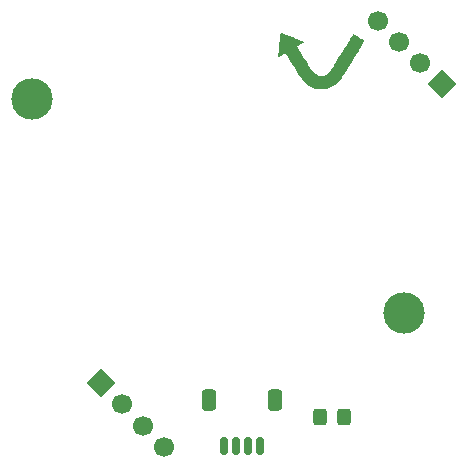
<source format=gbr>
%TF.GenerationSoftware,KiCad,Pcbnew,(6.0.4-0)*%
%TF.CreationDate,2022-12-23T16:58:16+01:00*%
%TF.ProjectId,RoundScanner,526f756e-6453-4636-916e-6e65722e6b69,2*%
%TF.SameCoordinates,Original*%
%TF.FileFunction,Soldermask,Bot*%
%TF.FilePolarity,Negative*%
%FSLAX46Y46*%
G04 Gerber Fmt 4.6, Leading zero omitted, Abs format (unit mm)*
G04 Created by KiCad (PCBNEW (6.0.4-0)) date 2022-12-23 16:58:16*
%MOMM*%
%LPD*%
G01*
G04 APERTURE LIST*
G04 Aperture macros list*
%AMRoundRect*
0 Rectangle with rounded corners*
0 $1 Rounding radius*
0 $2 $3 $4 $5 $6 $7 $8 $9 X,Y pos of 4 corners*
0 Add a 4 corners polygon primitive as box body*
4,1,4,$2,$3,$4,$5,$6,$7,$8,$9,$2,$3,0*
0 Add four circle primitives for the rounded corners*
1,1,$1+$1,$2,$3*
1,1,$1+$1,$4,$5*
1,1,$1+$1,$6,$7*
1,1,$1+$1,$8,$9*
0 Add four rect primitives between the rounded corners*
20,1,$1+$1,$2,$3,$4,$5,0*
20,1,$1+$1,$4,$5,$6,$7,0*
20,1,$1+$1,$6,$7,$8,$9,0*
20,1,$1+$1,$8,$9,$2,$3,0*%
%AMHorizOval*
0 Thick line with rounded ends*
0 $1 width*
0 $2 $3 position (X,Y) of the first rounded end (center of the circle)*
0 $4 $5 position (X,Y) of the second rounded end (center of the circle)*
0 Add line between two ends*
20,1,$1,$2,$3,$4,$5,0*
0 Add two circle primitives to create the rounded ends*
1,1,$1,$2,$3*
1,1,$1,$4,$5*%
%AMRotRect*
0 Rectangle, with rotation*
0 The origin of the aperture is its center*
0 $1 length*
0 $2 width*
0 $3 Rotation angle, in degrees counterclockwise*
0 Add horizontal line*
21,1,$1,$2,0,0,$3*%
G04 Aperture macros list end*
%ADD10C,3.500000*%
%ADD11RotRect,1.700000X1.700000X45.000000*%
%ADD12HorizOval,1.700000X0.000000X0.000000X0.000000X0.000000X0*%
%ADD13RotRect,1.700000X1.700000X225.000000*%
%ADD14HorizOval,1.700000X0.000000X0.000000X0.000000X0.000000X0*%
%ADD15RoundRect,0.150000X-0.150000X-0.625000X0.150000X-0.625000X0.150000X0.625000X-0.150000X0.625000X0*%
%ADD16RoundRect,0.250000X-0.350000X-0.650000X0.350000X-0.650000X0.350000X0.650000X-0.350000X0.650000X0*%
%ADD17RoundRect,0.250000X0.325000X0.450000X-0.325000X0.450000X-0.325000X-0.450000X0.325000X-0.450000X0*%
G04 APERTURE END LIST*
%TO.C,LOGO2*%
G36*
X93223409Y-91954100D02*
G01*
X93257075Y-91965988D01*
X93309049Y-91985091D01*
X93377392Y-92010659D01*
X93460165Y-92041940D01*
X93555430Y-92078181D01*
X93661249Y-92118631D01*
X93775682Y-92162538D01*
X93896792Y-92209151D01*
X94022639Y-92257718D01*
X94151286Y-92307487D01*
X94280793Y-92357706D01*
X94409223Y-92407624D01*
X94534637Y-92456488D01*
X94655096Y-92503548D01*
X94768661Y-92548052D01*
X94873395Y-92589247D01*
X94967359Y-92626382D01*
X95048613Y-92658705D01*
X95115221Y-92685465D01*
X95165242Y-92705909D01*
X95196739Y-92719287D01*
X95207773Y-92724846D01*
X95206878Y-92726313D01*
X95191349Y-92738428D01*
X95158479Y-92760601D01*
X95110801Y-92791221D01*
X95050849Y-92828680D01*
X94981157Y-92871365D01*
X94904261Y-92917669D01*
X94879490Y-92932503D01*
X94804659Y-92977818D01*
X94737881Y-93018998D01*
X94681680Y-93054437D01*
X94638579Y-93082529D01*
X94611101Y-93101668D01*
X94601769Y-93110246D01*
X94606604Y-93120731D01*
X94622830Y-93150481D01*
X94649190Y-93196800D01*
X94684393Y-93257530D01*
X94727153Y-93330508D01*
X94776179Y-93413576D01*
X94830184Y-93504571D01*
X94887879Y-93601335D01*
X94947975Y-93701706D01*
X95009183Y-93803524D01*
X95070214Y-93904629D01*
X95129781Y-94002860D01*
X95186594Y-94096057D01*
X95239365Y-94182059D01*
X95286805Y-94258705D01*
X95312043Y-94299143D01*
X95395837Y-94431865D01*
X95479202Y-94561682D01*
X95560444Y-94686066D01*
X95637871Y-94802488D01*
X95709790Y-94908420D01*
X95774507Y-95001335D01*
X95830331Y-95078703D01*
X95875567Y-95137996D01*
X95983037Y-95265346D01*
X96100965Y-95386620D01*
X96216222Y-95484745D01*
X96329419Y-95560001D01*
X96441162Y-95612668D01*
X96552063Y-95643025D01*
X96662728Y-95651354D01*
X96773767Y-95637935D01*
X96885788Y-95603048D01*
X96963884Y-95566796D01*
X97059300Y-95508723D01*
X97153908Y-95435007D01*
X97249226Y-95344176D01*
X97346772Y-95234758D01*
X97448064Y-95105279D01*
X97554620Y-94954267D01*
X97578182Y-94918992D01*
X97625361Y-94846831D01*
X97683085Y-94757121D01*
X97750218Y-94651704D01*
X97825621Y-94532420D01*
X97908157Y-94401111D01*
X97996688Y-94259617D01*
X98090078Y-94109779D01*
X98187188Y-93953437D01*
X98286881Y-93792432D01*
X98388020Y-93628606D01*
X98489467Y-93463799D01*
X98590085Y-93299851D01*
X98688736Y-93138605D01*
X98784283Y-92981899D01*
X98875588Y-92831576D01*
X98961515Y-92689475D01*
X99040924Y-92557439D01*
X99112680Y-92437307D01*
X99175644Y-92330920D01*
X99217119Y-92260944D01*
X99256749Y-92195135D01*
X99291060Y-92139238D01*
X99318371Y-92095961D01*
X99336998Y-92068010D01*
X99345260Y-92058092D01*
X99353030Y-92061732D01*
X99379799Y-92076210D01*
X99423511Y-92100598D01*
X99482044Y-92133689D01*
X99553280Y-92174280D01*
X99635098Y-92221165D01*
X99725378Y-92273140D01*
X99822000Y-92329000D01*
X99832140Y-92334874D01*
X99941157Y-92398100D01*
X100031259Y-92450583D01*
X100104174Y-92493453D01*
X100161627Y-92527839D01*
X100205345Y-92554870D01*
X100237054Y-92575674D01*
X100258480Y-92591381D01*
X100271351Y-92603120D01*
X100277391Y-92612018D01*
X100278328Y-92619207D01*
X100275888Y-92625813D01*
X100261510Y-92652204D01*
X100235172Y-92699491D01*
X100199425Y-92763038D01*
X100155638Y-92840453D01*
X100105178Y-92929343D01*
X100049413Y-93027315D01*
X99989711Y-93131975D01*
X99927439Y-93240932D01*
X99863965Y-93351792D01*
X99800658Y-93462162D01*
X99738884Y-93569650D01*
X99680011Y-93671862D01*
X99625408Y-93766406D01*
X99576442Y-93850889D01*
X99534480Y-93922917D01*
X99513044Y-93959553D01*
X99355164Y-94227381D01*
X99206083Y-94476520D01*
X99064243Y-94709485D01*
X98928084Y-94928791D01*
X98796048Y-95136953D01*
X98666574Y-95336486D01*
X98538103Y-95529905D01*
X98517675Y-95560220D01*
X98433490Y-95682940D01*
X98357835Y-95788930D01*
X98288011Y-95881561D01*
X98221320Y-95964204D01*
X98155064Y-96040232D01*
X98086545Y-96113014D01*
X98013065Y-96185923D01*
X97962013Y-96233745D01*
X97797976Y-96369086D01*
X97626985Y-96482476D01*
X97447171Y-96574785D01*
X97256669Y-96646881D01*
X97053610Y-96699635D01*
X96836129Y-96733914D01*
X96820901Y-96735502D01*
X96742705Y-96741037D01*
X96651349Y-96744250D01*
X96554242Y-96745143D01*
X96458787Y-96743714D01*
X96372393Y-96739965D01*
X96302465Y-96733896D01*
X96257652Y-96727882D01*
X96082974Y-96693105D01*
X95917271Y-96640815D01*
X95759128Y-96570089D01*
X95607127Y-96480006D01*
X95459851Y-96369644D01*
X95315882Y-96238082D01*
X95173803Y-96084396D01*
X95032197Y-95907667D01*
X94977659Y-95833641D01*
X94899039Y-95723004D01*
X94811498Y-95596202D01*
X94716695Y-95455846D01*
X94616291Y-95304546D01*
X94511946Y-95144913D01*
X94405319Y-94979558D01*
X94298071Y-94811092D01*
X94191860Y-94642125D01*
X94088347Y-94475268D01*
X93989192Y-94313133D01*
X93896055Y-94158329D01*
X93810595Y-94013468D01*
X93734472Y-93881160D01*
X93669347Y-93764017D01*
X93667658Y-93760930D01*
X93646088Y-93724660D01*
X93627726Y-93699033D01*
X93616387Y-93689425D01*
X93613887Y-93690265D01*
X93594021Y-93700378D01*
X93557172Y-93720747D01*
X93505975Y-93749865D01*
X93443069Y-93786222D01*
X93371089Y-93828310D01*
X93292673Y-93874620D01*
X93262106Y-93892741D01*
X93186619Y-93937335D01*
X93119078Y-93977015D01*
X93062013Y-94010310D01*
X93017957Y-94035745D01*
X92989441Y-94051847D01*
X92978996Y-94057144D01*
X92979712Y-94047140D01*
X92982730Y-94014898D01*
X92987918Y-93962061D01*
X92995100Y-93890333D01*
X93004104Y-93801419D01*
X93014754Y-93697024D01*
X93026877Y-93578854D01*
X93040298Y-93448612D01*
X93054845Y-93308005D01*
X93070343Y-93158736D01*
X93086617Y-93002511D01*
X93103350Y-92842904D01*
X93123553Y-92652639D01*
X93141596Y-92485777D01*
X93157510Y-92342047D01*
X93171329Y-92221175D01*
X93183083Y-92122891D01*
X93192805Y-92046921D01*
X93200527Y-91992993D01*
X93206280Y-91960835D01*
X93210097Y-91950174D01*
X93223409Y-91954100D01*
G37*
G36*
X93225799Y-91956450D02*
G01*
X93259465Y-91968338D01*
X93311439Y-91987441D01*
X93379782Y-92013009D01*
X93462555Y-92044290D01*
X93557820Y-92080531D01*
X93663639Y-92120981D01*
X93778072Y-92164888D01*
X93899182Y-92211501D01*
X94025029Y-92260068D01*
X94153676Y-92309837D01*
X94283183Y-92360056D01*
X94411613Y-92409974D01*
X94537027Y-92458838D01*
X94657486Y-92505898D01*
X94771051Y-92550402D01*
X94875785Y-92591597D01*
X94969749Y-92628732D01*
X95051003Y-92661055D01*
X95117611Y-92687815D01*
X95167632Y-92708259D01*
X95199129Y-92721637D01*
X95210163Y-92727196D01*
X95209268Y-92728663D01*
X95193739Y-92740778D01*
X95160869Y-92762951D01*
X95113191Y-92793571D01*
X95053239Y-92831030D01*
X94983547Y-92873715D01*
X94906651Y-92920019D01*
X94881880Y-92934853D01*
X94807049Y-92980168D01*
X94740271Y-93021348D01*
X94684070Y-93056787D01*
X94640969Y-93084879D01*
X94613491Y-93104018D01*
X94604159Y-93112596D01*
X94608994Y-93123081D01*
X94625220Y-93152831D01*
X94651580Y-93199150D01*
X94686783Y-93259880D01*
X94729543Y-93332858D01*
X94778569Y-93415926D01*
X94832574Y-93506921D01*
X94890269Y-93603685D01*
X94950365Y-93704056D01*
X95011573Y-93805874D01*
X95072604Y-93906979D01*
X95132171Y-94005210D01*
X95188984Y-94098407D01*
X95241755Y-94184409D01*
X95289195Y-94261055D01*
X95314433Y-94301493D01*
X95398227Y-94434215D01*
X95481592Y-94564032D01*
X95562834Y-94688416D01*
X95640261Y-94804838D01*
X95712180Y-94910770D01*
X95776897Y-95003685D01*
X95832721Y-95081053D01*
X95877957Y-95140346D01*
X95985427Y-95267696D01*
X96103355Y-95388970D01*
X96218612Y-95487095D01*
X96331809Y-95562351D01*
X96443552Y-95615018D01*
X96554453Y-95645375D01*
X96665118Y-95653704D01*
X96776157Y-95640285D01*
X96888178Y-95605398D01*
X96966274Y-95569146D01*
X97061690Y-95511073D01*
X97156298Y-95437357D01*
X97251616Y-95346526D01*
X97349162Y-95237108D01*
X97450454Y-95107629D01*
X97557010Y-94956617D01*
X97580572Y-94921342D01*
X97627751Y-94849181D01*
X97685475Y-94759471D01*
X97752608Y-94654054D01*
X97828011Y-94534770D01*
X97910547Y-94403461D01*
X97999078Y-94261967D01*
X98092468Y-94112129D01*
X98189578Y-93955787D01*
X98289271Y-93794782D01*
X98390410Y-93630956D01*
X98491857Y-93466149D01*
X98592475Y-93302201D01*
X98691126Y-93140955D01*
X98786673Y-92984249D01*
X98877978Y-92833926D01*
X98963905Y-92691825D01*
X99043314Y-92559789D01*
X99115070Y-92439657D01*
X99178034Y-92333270D01*
X99219509Y-92263294D01*
X99259139Y-92197485D01*
X99293450Y-92141588D01*
X99320761Y-92098311D01*
X99339388Y-92070360D01*
X99347650Y-92060442D01*
X99355420Y-92064082D01*
X99382189Y-92078560D01*
X99425901Y-92102948D01*
X99484434Y-92136039D01*
X99555670Y-92176630D01*
X99637488Y-92223515D01*
X99727768Y-92275490D01*
X99824390Y-92331350D01*
X99834530Y-92337224D01*
X99943547Y-92400450D01*
X100033649Y-92452933D01*
X100106564Y-92495803D01*
X100164017Y-92530189D01*
X100207735Y-92557220D01*
X100239444Y-92578024D01*
X100260870Y-92593731D01*
X100273741Y-92605470D01*
X100279781Y-92614368D01*
X100280718Y-92621557D01*
X100278278Y-92628163D01*
X100263900Y-92654554D01*
X100237562Y-92701841D01*
X100201815Y-92765388D01*
X100158028Y-92842803D01*
X100107568Y-92931693D01*
X100051803Y-93029665D01*
X99992101Y-93134325D01*
X99929829Y-93243282D01*
X99866355Y-93354142D01*
X99803048Y-93464512D01*
X99741274Y-93572000D01*
X99682401Y-93674212D01*
X99627798Y-93768756D01*
X99578832Y-93853239D01*
X99536870Y-93925267D01*
X99515434Y-93961903D01*
X99357554Y-94229731D01*
X99208473Y-94478870D01*
X99066633Y-94711835D01*
X98930474Y-94931141D01*
X98798438Y-95139303D01*
X98668964Y-95338836D01*
X98540493Y-95532255D01*
X98520065Y-95562570D01*
X98435880Y-95685290D01*
X98360225Y-95791280D01*
X98290401Y-95883911D01*
X98223710Y-95966554D01*
X98157454Y-96042582D01*
X98088935Y-96115364D01*
X98015455Y-96188273D01*
X97964403Y-96236095D01*
X97800366Y-96371436D01*
X97629375Y-96484826D01*
X97449561Y-96577135D01*
X97259059Y-96649231D01*
X97056000Y-96701985D01*
X96838519Y-96736264D01*
X96823291Y-96737852D01*
X96745095Y-96743387D01*
X96653739Y-96746600D01*
X96556632Y-96747493D01*
X96461177Y-96746064D01*
X96374783Y-96742315D01*
X96304855Y-96736246D01*
X96260042Y-96730232D01*
X96085364Y-96695455D01*
X95919661Y-96643165D01*
X95761518Y-96572439D01*
X95609517Y-96482356D01*
X95462241Y-96371994D01*
X95318272Y-96240432D01*
X95176193Y-96086746D01*
X95034587Y-95910017D01*
X94980049Y-95835991D01*
X94901429Y-95725354D01*
X94813888Y-95598552D01*
X94719085Y-95458196D01*
X94618681Y-95306896D01*
X94514336Y-95147263D01*
X94407709Y-94981908D01*
X94300461Y-94813442D01*
X94194250Y-94644475D01*
X94090737Y-94477618D01*
X93991582Y-94315483D01*
X93898445Y-94160679D01*
X93812985Y-94015818D01*
X93736862Y-93883510D01*
X93671737Y-93766367D01*
X93670048Y-93763280D01*
X93648478Y-93727010D01*
X93630116Y-93701383D01*
X93618777Y-93691775D01*
X93616277Y-93692615D01*
X93596411Y-93702728D01*
X93559562Y-93723097D01*
X93508365Y-93752215D01*
X93445459Y-93788572D01*
X93373479Y-93830660D01*
X93295063Y-93876970D01*
X93264496Y-93895091D01*
X93189009Y-93939685D01*
X93121468Y-93979365D01*
X93064403Y-94012660D01*
X93020347Y-94038095D01*
X92991831Y-94054197D01*
X92981386Y-94059494D01*
X92982102Y-94049490D01*
X92985120Y-94017248D01*
X92990308Y-93964411D01*
X92997490Y-93892683D01*
X93006494Y-93803769D01*
X93017144Y-93699374D01*
X93029267Y-93581204D01*
X93042688Y-93450962D01*
X93057235Y-93310355D01*
X93072733Y-93161086D01*
X93089007Y-93004861D01*
X93105740Y-92845254D01*
X93125943Y-92654989D01*
X93143986Y-92488127D01*
X93159900Y-92344397D01*
X93173719Y-92223525D01*
X93185473Y-92125241D01*
X93195195Y-92049271D01*
X93202917Y-91995343D01*
X93208670Y-91963185D01*
X93212487Y-91952524D01*
X93225799Y-91956450D01*
G37*
%TD*%
D10*
%TO.C,H2*%
X72136000Y-97556000D03*
%TD*%
%TO.C,H1*%
X103632000Y-115717000D03*
%TD*%
D11*
%TO.C,J4*%
X106831000Y-96319000D03*
D12*
X105034949Y-94522949D03*
X103238898Y-92726898D03*
X101442846Y-90930846D03*
%TD*%
D13*
%TO.C,J1*%
X77975672Y-121628317D03*
D14*
X79771723Y-123424368D03*
X81567774Y-125220419D03*
X83363826Y-127016471D03*
%TD*%
D15*
%TO.C,J3*%
X88416000Y-126968000D03*
X89416000Y-126968000D03*
X90416000Y-126968000D03*
X91416000Y-126968000D03*
D16*
X87116000Y-123093000D03*
X92716000Y-123093000D03*
%TD*%
D17*
%TO.C,D2*%
X98561000Y-124460000D03*
X96511000Y-124460000D03*
%TD*%
M02*

</source>
